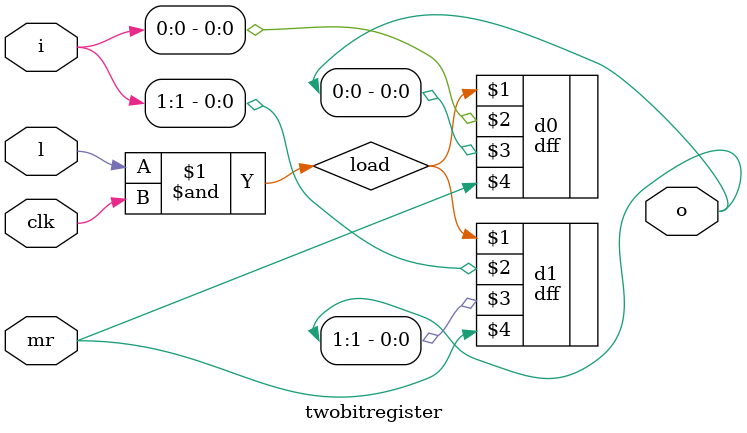
<source format=v>
`timescale 1ns / 1ps

module twobitregister(i,clk,l,o,mr);
input [1:0] i; output [1:0] o;
input clk,l,mr;

wire load;
and a0(load,l,clk);

dff d0(load,i[0],o[0],mr);
dff d1(load,i[1],o[1],mr);

endmodule

</source>
